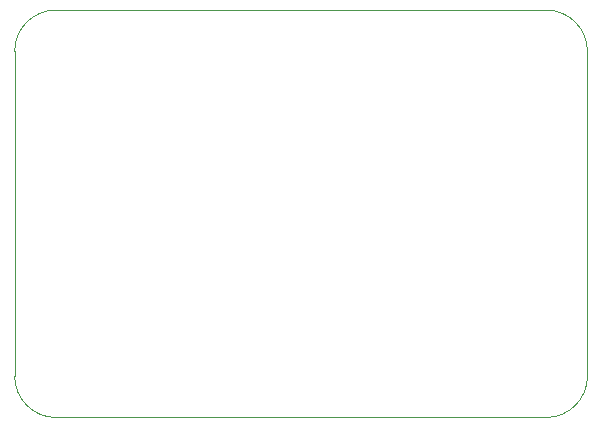
<source format=gm1>
%TF.GenerationSoftware,KiCad,Pcbnew,8.0.5*%
%TF.CreationDate,2024-11-19T02:46:13-06:00*%
%TF.ProjectId,Controls-MotorControllerBreakout,436f6e74-726f-46c7-932d-4d6f746f7243,rev?*%
%TF.SameCoordinates,Original*%
%TF.FileFunction,Profile,NP*%
%FSLAX46Y46*%
G04 Gerber Fmt 4.6, Leading zero omitted, Abs format (unit mm)*
G04 Created by KiCad (PCBNEW 8.0.5) date 2024-11-19 02:46:13*
%MOMM*%
%LPD*%
G01*
G04 APERTURE LIST*
%TA.AperFunction,Profile*%
%ADD10C,0.050000*%
%TD*%
G04 APERTURE END LIST*
D10*
X104250000Y-38500000D02*
G75*
G02*
X107750000Y-35000000I3500000J0D01*
G01*
X149250000Y-35000000D02*
G75*
G02*
X152750000Y-38500000I0J-3500000D01*
G01*
X107750000Y-69500000D02*
G75*
G02*
X104250000Y-66000000I0J3500000D01*
G01*
X152750000Y-66000000D02*
G75*
G02*
X149250000Y-69500000I-3500000J0D01*
G01*
X104250000Y-66000000D02*
X104250000Y-38500000D01*
X107750000Y-35000000D02*
X149250000Y-35000000D01*
X152750000Y-38500000D02*
X152750000Y-66000000D01*
X149250000Y-69500000D02*
X107750000Y-69500000D01*
M02*

</source>
